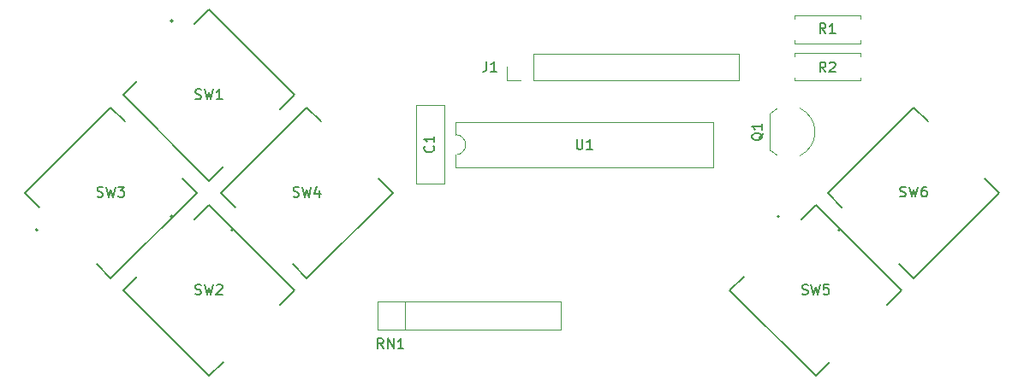
<source format=gto>
%TF.GenerationSoftware,KiCad,Pcbnew,5.1.10*%
%TF.CreationDate,2022-03-31T13:58:45-07:00*%
%TF.ProjectId,zf_vga_controller,7a665f76-6761-45f6-936f-6e74726f6c6c,rev?*%
%TF.SameCoordinates,Original*%
%TF.FileFunction,Legend,Top*%
%TF.FilePolarity,Positive*%
%FSLAX46Y46*%
G04 Gerber Fmt 4.6, Leading zero omitted, Abs format (unit mm)*
G04 Created by KiCad (PCBNEW 5.1.10) date 2022-03-31 13:58:45*
%MOMM*%
%LPD*%
G01*
G04 APERTURE LIST*
%ADD10C,0.127000*%
%ADD11C,0.200000*%
%ADD12C,0.120000*%
%ADD13C,0.150000*%
G04 APERTURE END LIST*
D10*
%TO.C,SW1*%
X158587543Y-38251617D02*
X160001757Y-36837404D01*
X160001757Y-36837404D02*
X168487038Y-45322685D01*
X168487038Y-45322685D02*
X167072825Y-46736899D01*
X152930689Y-43908471D02*
X151516476Y-45322685D01*
X151516476Y-45322685D02*
X160001757Y-53807966D01*
X160001757Y-53807966D02*
X161415971Y-52393753D01*
D11*
X156424802Y-37968774D02*
G75*
G03*
X156424802Y-37968774I-100000J0D01*
G01*
%TO.C,SW2*%
X156424802Y-57343500D02*
G75*
G03*
X156424802Y-57343500I-100000J0D01*
G01*
D10*
X160001757Y-73182692D02*
X161415971Y-71768479D01*
X151516476Y-64697411D02*
X160001757Y-73182692D01*
X152930689Y-63283197D02*
X151516476Y-64697411D01*
X168487038Y-64697411D02*
X167072825Y-66111625D01*
X160001757Y-56212130D02*
X168487038Y-64697411D01*
X158587543Y-57626343D02*
X160001757Y-56212130D01*
D11*
%TO.C,SW3*%
X143060482Y-58687003D02*
G75*
G03*
X143060482Y-58687003I-100000J0D01*
G01*
D10*
X158799674Y-55010048D02*
X157385461Y-53595834D01*
X150314393Y-63495329D02*
X158799674Y-55010048D01*
X148900179Y-62081116D02*
X150314393Y-63495329D01*
X150314393Y-46524767D02*
X151728607Y-47938980D01*
X141829112Y-55010048D02*
X150314393Y-46524767D01*
X143243325Y-56424262D02*
X141829112Y-55010048D01*
D11*
%TO.C,SW4*%
X162435209Y-58687003D02*
G75*
G03*
X162435209Y-58687003I-100000J0D01*
G01*
D10*
X178174401Y-55010048D02*
X176760188Y-53595834D01*
X169689120Y-63495329D02*
X178174401Y-55010048D01*
X168274906Y-62081116D02*
X169689120Y-63495329D01*
X169689120Y-46524767D02*
X171103334Y-47938980D01*
X161203839Y-55010048D02*
X169689120Y-46524767D01*
X162618052Y-56424262D02*
X161203839Y-55010048D01*
D12*
%TO.C,C1*%
X183280000Y-46330000D02*
X183280000Y-54070000D01*
X180540000Y-46330000D02*
X180540000Y-54070000D01*
X183280000Y-46330000D02*
X180540000Y-46330000D01*
X183280000Y-54070000D02*
X180540000Y-54070000D01*
%TO.C,J1*%
X212450000Y-43850000D02*
X212450000Y-41190000D01*
X192070000Y-43850000D02*
X212450000Y-43850000D01*
X192070000Y-41190000D02*
X212450000Y-41190000D01*
X192070000Y-43850000D02*
X192070000Y-41190000D01*
X190800000Y-43850000D02*
X189470000Y-43850000D01*
X189470000Y-43850000D02*
X189470000Y-42520000D01*
%TO.C,Q1*%
X215500107Y-47170000D02*
X215500107Y-50770000D01*
X216227312Y-51294184D02*
G75*
G02*
X215500107Y-50770000I1122795J2324184D01*
G01*
X218448914Y-51326400D02*
G75*
G03*
X219950107Y-48970000I-1098807J2356400D01*
G01*
X218448914Y-46613600D02*
G75*
G02*
X219950107Y-48970000I-1098807J-2356400D01*
G01*
X216227312Y-46645816D02*
G75*
G03*
X215500107Y-47170000I1122795J-2324184D01*
G01*
%TO.C,R1*%
X217890107Y-37440000D02*
X217890107Y-37770000D01*
X224430107Y-37440000D02*
X217890107Y-37440000D01*
X224430107Y-37770000D02*
X224430107Y-37440000D01*
X217890107Y-40180000D02*
X217890107Y-39850000D01*
X224430107Y-40180000D02*
X217890107Y-40180000D01*
X224430107Y-39850000D02*
X224430107Y-40180000D01*
%TO.C,R2*%
X224430107Y-43560000D02*
X224430107Y-43890000D01*
X224430107Y-43890000D02*
X217890107Y-43890000D01*
X217890107Y-43890000D02*
X217890107Y-43560000D01*
X224430107Y-41480000D02*
X224430107Y-41150000D01*
X224430107Y-41150000D02*
X217890107Y-41150000D01*
X217890107Y-41150000D02*
X217890107Y-41480000D01*
%TO.C,RN1*%
X179370000Y-65797411D02*
X179370000Y-68597411D01*
X194780000Y-65797411D02*
X176660000Y-65797411D01*
X194780000Y-68597411D02*
X194780000Y-65797411D01*
X176660000Y-68597411D02*
X194780000Y-68597411D01*
X176660000Y-65797411D02*
X176660000Y-68597411D01*
%TO.C,U1*%
X184390000Y-51240000D02*
X184390000Y-52490000D01*
X184390000Y-52490000D02*
X209910000Y-52490000D01*
X209910000Y-52490000D02*
X209910000Y-47990000D01*
X209910000Y-47990000D02*
X184390000Y-47990000D01*
X184390000Y-47990000D02*
X184390000Y-49240000D01*
X184390000Y-49240000D02*
G75*
G02*
X184390000Y-51240000I0J-1000000D01*
G01*
D11*
%TO.C,SW5*%
X216424802Y-57343500D02*
G75*
G03*
X216424802Y-57343500I-100000J0D01*
G01*
D10*
X220001757Y-73182692D02*
X221415971Y-71768479D01*
X211516476Y-64697411D02*
X220001757Y-73182692D01*
X212930689Y-63283197D02*
X211516476Y-64697411D01*
X228487038Y-64697411D02*
X227072825Y-66111625D01*
X220001757Y-56212130D02*
X228487038Y-64697411D01*
X218587543Y-57626343D02*
X220001757Y-56212130D01*
%TO.C,SW6*%
X222618052Y-56424262D02*
X221203839Y-55010048D01*
X221203839Y-55010048D02*
X229689120Y-46524767D01*
X229689120Y-46524767D02*
X231103334Y-47938980D01*
X228274906Y-62081116D02*
X229689120Y-63495329D01*
X229689120Y-63495329D02*
X238174401Y-55010048D01*
X238174401Y-55010048D02*
X236760188Y-53595834D01*
D11*
X222435209Y-58687003D02*
G75*
G03*
X222435209Y-58687003I-100000J0D01*
G01*
%TO.C,SW1*%
D13*
X158668423Y-45679716D02*
X158811280Y-45727335D01*
X159049376Y-45727335D01*
X159144614Y-45679716D01*
X159192233Y-45632097D01*
X159239852Y-45536859D01*
X159239852Y-45441621D01*
X159192233Y-45346383D01*
X159144614Y-45298764D01*
X159049376Y-45251145D01*
X158858899Y-45203526D01*
X158763661Y-45155907D01*
X158716042Y-45108288D01*
X158668423Y-45013050D01*
X158668423Y-44917812D01*
X158716042Y-44822574D01*
X158763661Y-44774955D01*
X158858899Y-44727335D01*
X159096995Y-44727335D01*
X159239852Y-44774955D01*
X159573185Y-44727335D02*
X159811280Y-45727335D01*
X160001757Y-45013050D01*
X160192233Y-45727335D01*
X160430328Y-44727335D01*
X161335090Y-45727335D02*
X160763661Y-45727335D01*
X161049376Y-45727335D02*
X161049376Y-44727335D01*
X160954137Y-44870193D01*
X160858899Y-44965431D01*
X160763661Y-45013050D01*
%TO.C,SW2*%
X158668423Y-65054444D02*
X158811280Y-65102063D01*
X159049376Y-65102063D01*
X159144614Y-65054444D01*
X159192233Y-65006825D01*
X159239852Y-64911587D01*
X159239852Y-64816349D01*
X159192233Y-64721111D01*
X159144614Y-64673492D01*
X159049376Y-64625873D01*
X158858899Y-64578254D01*
X158763661Y-64530635D01*
X158716042Y-64483016D01*
X158668423Y-64387778D01*
X158668423Y-64292540D01*
X158716042Y-64197302D01*
X158763661Y-64149683D01*
X158858899Y-64102063D01*
X159096995Y-64102063D01*
X159239852Y-64149683D01*
X159573185Y-64102063D02*
X159811280Y-65102063D01*
X160001757Y-64387778D01*
X160192233Y-65102063D01*
X160430328Y-64102063D01*
X160763661Y-64197302D02*
X160811280Y-64149683D01*
X160906518Y-64102063D01*
X161144614Y-64102063D01*
X161239852Y-64149683D01*
X161287471Y-64197302D01*
X161335090Y-64292540D01*
X161335090Y-64387778D01*
X161287471Y-64530635D01*
X160716042Y-65102063D01*
X161335090Y-65102063D01*
%TO.C,SW3*%
X148981059Y-55367081D02*
X149123916Y-55414700D01*
X149362012Y-55414700D01*
X149457250Y-55367081D01*
X149504869Y-55319462D01*
X149552488Y-55224224D01*
X149552488Y-55128986D01*
X149504869Y-55033748D01*
X149457250Y-54986129D01*
X149362012Y-54938510D01*
X149171535Y-54890891D01*
X149076297Y-54843272D01*
X149028678Y-54795653D01*
X148981059Y-54700415D01*
X148981059Y-54605177D01*
X149028678Y-54509939D01*
X149076297Y-54462320D01*
X149171535Y-54414700D01*
X149409631Y-54414700D01*
X149552488Y-54462320D01*
X149885821Y-54414700D02*
X150123916Y-55414700D01*
X150314393Y-54700415D01*
X150504869Y-55414700D01*
X150742964Y-54414700D01*
X151028678Y-54414700D02*
X151647726Y-54414700D01*
X151314393Y-54795653D01*
X151457250Y-54795653D01*
X151552488Y-54843272D01*
X151600107Y-54890891D01*
X151647726Y-54986129D01*
X151647726Y-55224224D01*
X151600107Y-55319462D01*
X151552488Y-55367081D01*
X151457250Y-55414700D01*
X151171535Y-55414700D01*
X151076297Y-55367081D01*
X151028678Y-55319462D01*
%TO.C,SW4*%
X168355786Y-55367081D02*
X168498643Y-55414700D01*
X168736739Y-55414700D01*
X168831977Y-55367081D01*
X168879596Y-55319462D01*
X168927215Y-55224224D01*
X168927215Y-55128986D01*
X168879596Y-55033748D01*
X168831977Y-54986129D01*
X168736739Y-54938510D01*
X168546262Y-54890891D01*
X168451024Y-54843272D01*
X168403405Y-54795653D01*
X168355786Y-54700415D01*
X168355786Y-54605177D01*
X168403405Y-54509939D01*
X168451024Y-54462320D01*
X168546262Y-54414700D01*
X168784358Y-54414700D01*
X168927215Y-54462320D01*
X169260548Y-54414700D02*
X169498643Y-55414700D01*
X169689120Y-54700415D01*
X169879596Y-55414700D01*
X170117691Y-54414700D01*
X170927215Y-54748034D02*
X170927215Y-55414700D01*
X170689120Y-54367081D02*
X170451024Y-55081367D01*
X171070072Y-55081367D01*
%TO.C,C1*%
X182199642Y-50366666D02*
X182247261Y-50414285D01*
X182294880Y-50557142D01*
X182294880Y-50652380D01*
X182247261Y-50795238D01*
X182152023Y-50890476D01*
X182056785Y-50938095D01*
X181866309Y-50985714D01*
X181723452Y-50985714D01*
X181532976Y-50938095D01*
X181437738Y-50890476D01*
X181342500Y-50795238D01*
X181294880Y-50652380D01*
X181294880Y-50557142D01*
X181342500Y-50414285D01*
X181390119Y-50366666D01*
X182294880Y-49414285D02*
X182294880Y-49985714D01*
X182294880Y-49700000D02*
X181294880Y-49700000D01*
X181437738Y-49795238D01*
X181532976Y-49890476D01*
X181580595Y-49985714D01*
%TO.C,J1*%
X187466666Y-41972380D02*
X187466666Y-42686666D01*
X187419047Y-42829523D01*
X187323809Y-42924761D01*
X187180952Y-42972380D01*
X187085714Y-42972380D01*
X188466666Y-42972380D02*
X187895238Y-42972380D01*
X188180952Y-42972380D02*
X188180952Y-41972380D01*
X188085714Y-42115238D01*
X187990476Y-42210476D01*
X187895238Y-42258095D01*
%TO.C,Q1*%
X214797619Y-49065238D02*
X214750000Y-49160476D01*
X214654761Y-49255714D01*
X214511904Y-49398571D01*
X214464285Y-49493809D01*
X214464285Y-49589047D01*
X214702380Y-49541428D02*
X214654761Y-49636666D01*
X214559523Y-49731904D01*
X214369047Y-49779523D01*
X214035714Y-49779523D01*
X213845238Y-49731904D01*
X213750000Y-49636666D01*
X213702380Y-49541428D01*
X213702380Y-49350952D01*
X213750000Y-49255714D01*
X213845238Y-49160476D01*
X214035714Y-49112857D01*
X214369047Y-49112857D01*
X214559523Y-49160476D01*
X214654761Y-49255714D01*
X214702380Y-49350952D01*
X214702380Y-49541428D01*
X214702380Y-48160476D02*
X214702380Y-48731904D01*
X214702380Y-48446190D02*
X213702380Y-48446190D01*
X213845238Y-48541428D01*
X213940476Y-48636666D01*
X213988095Y-48731904D01*
%TO.C,R1*%
X220993440Y-39194880D02*
X220660107Y-38718690D01*
X220422011Y-39194880D02*
X220422011Y-38194880D01*
X220802964Y-38194880D01*
X220898202Y-38242500D01*
X220945821Y-38290119D01*
X220993440Y-38385357D01*
X220993440Y-38528214D01*
X220945821Y-38623452D01*
X220898202Y-38671071D01*
X220802964Y-38718690D01*
X220422011Y-38718690D01*
X221945821Y-39194880D02*
X221374392Y-39194880D01*
X221660107Y-39194880D02*
X221660107Y-38194880D01*
X221564868Y-38337738D01*
X221469630Y-38432976D01*
X221374392Y-38480595D01*
%TO.C,R2*%
X220993440Y-43039880D02*
X220660107Y-42563690D01*
X220422011Y-43039880D02*
X220422011Y-42039880D01*
X220802964Y-42039880D01*
X220898202Y-42087500D01*
X220945821Y-42135119D01*
X220993440Y-42230357D01*
X220993440Y-42373214D01*
X220945821Y-42468452D01*
X220898202Y-42516071D01*
X220802964Y-42563690D01*
X220422011Y-42563690D01*
X221374392Y-42135119D02*
X221422011Y-42087500D01*
X221517249Y-42039880D01*
X221755345Y-42039880D01*
X221850583Y-42087500D01*
X221898202Y-42135119D01*
X221945821Y-42230357D01*
X221945821Y-42325595D01*
X221898202Y-42468452D01*
X221326773Y-43039880D01*
X221945821Y-43039880D01*
%TO.C,RN1*%
X177259522Y-70443791D02*
X176926189Y-69967601D01*
X176688094Y-70443791D02*
X176688094Y-69443791D01*
X177069046Y-69443791D01*
X177164284Y-69491411D01*
X177211903Y-69539030D01*
X177259522Y-69634268D01*
X177259522Y-69777125D01*
X177211903Y-69872363D01*
X177164284Y-69919982D01*
X177069046Y-69967601D01*
X176688094Y-69967601D01*
X177688094Y-70443791D02*
X177688094Y-69443791D01*
X178259522Y-70443791D01*
X178259522Y-69443791D01*
X179259522Y-70443791D02*
X178688094Y-70443791D01*
X178973808Y-70443791D02*
X178973808Y-69443791D01*
X178878570Y-69586649D01*
X178783332Y-69681887D01*
X178688094Y-69729506D01*
%TO.C,U1*%
X196383095Y-49692380D02*
X196383095Y-50501904D01*
X196430714Y-50597142D01*
X196478333Y-50644761D01*
X196573571Y-50692380D01*
X196764047Y-50692380D01*
X196859285Y-50644761D01*
X196906904Y-50597142D01*
X196954523Y-50501904D01*
X196954523Y-49692380D01*
X197954523Y-50692380D02*
X197383095Y-50692380D01*
X197668809Y-50692380D02*
X197668809Y-49692380D01*
X197573571Y-49835238D01*
X197478333Y-49930476D01*
X197383095Y-49978095D01*
%TO.C,SW5*%
X218668423Y-65034672D02*
X218811280Y-65082291D01*
X219049376Y-65082291D01*
X219144614Y-65034672D01*
X219192233Y-64987053D01*
X219239852Y-64891815D01*
X219239852Y-64796577D01*
X219192233Y-64701339D01*
X219144614Y-64653720D01*
X219049376Y-64606101D01*
X218858899Y-64558482D01*
X218763661Y-64510863D01*
X218716042Y-64463244D01*
X218668423Y-64368006D01*
X218668423Y-64272768D01*
X218716042Y-64177530D01*
X218763661Y-64129911D01*
X218858899Y-64082291D01*
X219096995Y-64082291D01*
X219239852Y-64129911D01*
X219573185Y-64082291D02*
X219811280Y-65082291D01*
X220001757Y-64368006D01*
X220192233Y-65082291D01*
X220430328Y-64082291D01*
X221287471Y-64082291D02*
X220811280Y-64082291D01*
X220763661Y-64558482D01*
X220811280Y-64510863D01*
X220906518Y-64463244D01*
X221144614Y-64463244D01*
X221239852Y-64510863D01*
X221287471Y-64558482D01*
X221335090Y-64653720D01*
X221335090Y-64891815D01*
X221287471Y-64987053D01*
X221239852Y-65034672D01*
X221144614Y-65082291D01*
X220906518Y-65082291D01*
X220811280Y-65034672D01*
X220763661Y-64987053D01*
%TO.C,SW6*%
X228355786Y-55347309D02*
X228498643Y-55394928D01*
X228736739Y-55394928D01*
X228831977Y-55347309D01*
X228879596Y-55299690D01*
X228927215Y-55204452D01*
X228927215Y-55109214D01*
X228879596Y-55013976D01*
X228831977Y-54966357D01*
X228736739Y-54918738D01*
X228546262Y-54871119D01*
X228451024Y-54823500D01*
X228403405Y-54775881D01*
X228355786Y-54680643D01*
X228355786Y-54585405D01*
X228403405Y-54490167D01*
X228451024Y-54442548D01*
X228546262Y-54394928D01*
X228784358Y-54394928D01*
X228927215Y-54442548D01*
X229260548Y-54394928D02*
X229498643Y-55394928D01*
X229689120Y-54680643D01*
X229879596Y-55394928D01*
X230117691Y-54394928D01*
X230927215Y-54394928D02*
X230736739Y-54394928D01*
X230641500Y-54442548D01*
X230593881Y-54490167D01*
X230498643Y-54633024D01*
X230451024Y-54823500D01*
X230451024Y-55204452D01*
X230498643Y-55299690D01*
X230546262Y-55347309D01*
X230641500Y-55394928D01*
X230831977Y-55394928D01*
X230927215Y-55347309D01*
X230974834Y-55299690D01*
X231022453Y-55204452D01*
X231022453Y-54966357D01*
X230974834Y-54871119D01*
X230927215Y-54823500D01*
X230831977Y-54775881D01*
X230641500Y-54775881D01*
X230546262Y-54823500D01*
X230498643Y-54871119D01*
X230451024Y-54966357D01*
%TD*%
M02*

</source>
